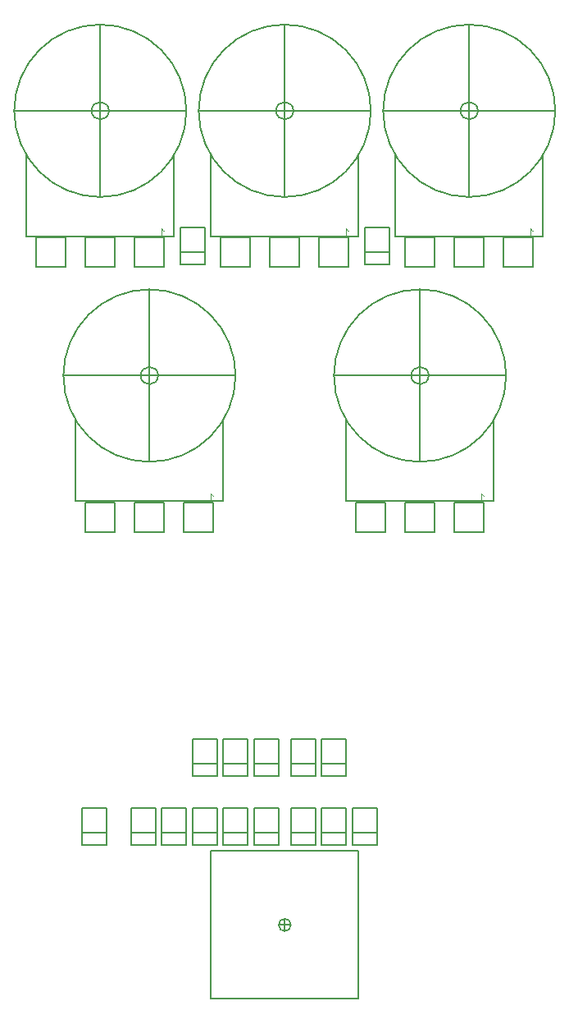
<source format=gbr>
G04 #@! TF.GenerationSoftware,KiCad,Pcbnew,(5.1.6-0-10_14)*
G04 #@! TF.CreationDate,2020-09-02T19:49:47+02:00*
G04 #@! TF.ProjectId,mag-echo,6d61672d-6563-4686-9f2e-6b696361645f,rev?*
G04 #@! TF.SameCoordinates,Original*
G04 #@! TF.FileFunction,Legend,Bot*
G04 #@! TF.FilePolarity,Positive*
%FSLAX46Y46*%
G04 Gerber Fmt 4.6, Leading zero omitted, Abs format (unit mm)*
G04 Created by KiCad (PCBNEW (5.1.6-0-10_14)) date 2020-09-02 19:49:47*
%MOMM*%
%LPD*%
G01*
G04 APERTURE LIST*
%ADD10C,0.127000*%
%ADD11C,0.152400*%
%ADD12C,0.097536*%
G04 APERTURE END LIST*
D10*
X59055000Y-156337000D02*
G75*
G03*
X59055000Y-156337000I-635000J0D01*
G01*
X57785000Y-156337000D02*
X59055000Y-156337000D01*
X58420000Y-155702000D02*
X58420000Y-156972000D01*
D11*
X66040000Y-163957000D02*
X66040000Y-148717000D01*
X50800000Y-163957000D02*
X66040000Y-163957000D01*
X50800000Y-148717000D02*
X50800000Y-163957000D01*
X66040000Y-148717000D02*
X50800000Y-148717000D01*
D10*
X78994000Y-115824000D02*
X78994000Y-112776000D01*
X75946000Y-115824000D02*
X78994000Y-115824000D01*
X75946000Y-112776000D02*
X75946000Y-115824000D01*
X73914000Y-115824000D02*
X73914000Y-112776000D01*
X70866000Y-115824000D02*
X73914000Y-115824000D01*
X70866000Y-112776000D02*
X70866000Y-115824000D01*
X68834000Y-115824000D02*
X68834000Y-112776000D01*
X65786000Y-115824000D02*
X68834000Y-115824000D01*
X65786000Y-112776000D02*
X65786000Y-115824000D01*
X75946000Y-112776000D02*
X78994000Y-112776000D01*
X70866000Y-112776000D02*
X73914000Y-112776000D01*
X65786000Y-112776000D02*
X68834000Y-112776000D01*
X64770000Y-112649000D02*
X80010000Y-112649000D01*
X63500000Y-99695000D02*
X81280000Y-99695000D01*
X72390000Y-108585000D02*
X72390000Y-90805000D01*
X80010000Y-112649000D02*
X80010000Y-104140000D01*
X64770000Y-104140000D02*
X64770000Y-112649000D01*
X73288000Y-99695000D02*
G75*
G03*
X73288000Y-99695000I-898000J0D01*
G01*
X63500000Y-99695000D02*
G75*
G03*
X72390000Y-108585000I8890000J0D01*
G01*
X72390000Y-108585000D02*
G75*
G03*
X81280000Y-99695000I0J8890000D01*
G01*
X81280000Y-99695002D02*
G75*
G03*
X72390000Y-90805000I-8889901J101D01*
G01*
X72390002Y-90805000D02*
G75*
G03*
X63500000Y-99695000I-101J-8889901D01*
G01*
X84074000Y-88519000D02*
X84074000Y-85471000D01*
X81026000Y-88519000D02*
X84074000Y-88519000D01*
X81026000Y-85471000D02*
X81026000Y-88519000D01*
X78994000Y-88519000D02*
X78994000Y-85471000D01*
X75946000Y-88519000D02*
X78994000Y-88519000D01*
X75946000Y-85471000D02*
X75946000Y-88519000D01*
X73914000Y-88519000D02*
X73914000Y-85471000D01*
X70866000Y-88519000D02*
X73914000Y-88519000D01*
X70866000Y-85471000D02*
X70866000Y-88519000D01*
X81026000Y-85471000D02*
X84074000Y-85471000D01*
X75946000Y-85471000D02*
X78994000Y-85471000D01*
X70866000Y-85471000D02*
X73914000Y-85471000D01*
X69850000Y-85344000D02*
X85090000Y-85344000D01*
X68580000Y-72390000D02*
X86360000Y-72390000D01*
X77470000Y-81280000D02*
X77470000Y-63500000D01*
X85090000Y-85344000D02*
X85090000Y-76835000D01*
X69850000Y-76835000D02*
X69850000Y-85344000D01*
X78368000Y-72390000D02*
G75*
G03*
X78368000Y-72390000I-898000J0D01*
G01*
X68580000Y-72390000D02*
G75*
G03*
X77470000Y-81280000I8890000J0D01*
G01*
X77470000Y-81280000D02*
G75*
G03*
X86360000Y-72390000I0J8890000D01*
G01*
X86360000Y-72390002D02*
G75*
G03*
X77470000Y-63500000I-8889901J101D01*
G01*
X77470002Y-63500000D02*
G75*
G03*
X68580000Y-72390000I-101J-8889901D01*
G01*
X51054000Y-115824000D02*
X51054000Y-112776000D01*
X48006000Y-115824000D02*
X51054000Y-115824000D01*
X48006000Y-112776000D02*
X48006000Y-115824000D01*
X45974000Y-115824000D02*
X45974000Y-112776000D01*
X42926000Y-115824000D02*
X45974000Y-115824000D01*
X42926000Y-112776000D02*
X42926000Y-115824000D01*
X40894000Y-115824000D02*
X40894000Y-112776000D01*
X37846000Y-115824000D02*
X40894000Y-115824000D01*
X37846000Y-112776000D02*
X37846000Y-115824000D01*
X48006000Y-112776000D02*
X51054000Y-112776000D01*
X42926000Y-112776000D02*
X45974000Y-112776000D01*
X37846000Y-112776000D02*
X40894000Y-112776000D01*
X36830000Y-112649000D02*
X52070000Y-112649000D01*
X35560000Y-99695000D02*
X53340000Y-99695000D01*
X44450000Y-108585000D02*
X44450000Y-90805000D01*
X52070000Y-112649000D02*
X52070000Y-104140000D01*
X36830000Y-104140000D02*
X36830000Y-112649000D01*
X45348000Y-99695000D02*
G75*
G03*
X45348000Y-99695000I-898000J0D01*
G01*
X35560000Y-99695000D02*
G75*
G03*
X44450000Y-108585000I8890000J0D01*
G01*
X44450000Y-108585000D02*
G75*
G03*
X53340000Y-99695000I0J8890000D01*
G01*
X53340000Y-99695002D02*
G75*
G03*
X44450000Y-90805000I-8889901J101D01*
G01*
X44450002Y-90805000D02*
G75*
G03*
X35560000Y-99695000I-101J-8889901D01*
G01*
X65024000Y-88519000D02*
X65024000Y-85471000D01*
X61976000Y-88519000D02*
X65024000Y-88519000D01*
X61976000Y-85471000D02*
X61976000Y-88519000D01*
X59944000Y-88519000D02*
X59944000Y-85471000D01*
X56896000Y-88519000D02*
X59944000Y-88519000D01*
X56896000Y-85471000D02*
X56896000Y-88519000D01*
X54864000Y-88519000D02*
X54864000Y-85471000D01*
X51816000Y-88519000D02*
X54864000Y-88519000D01*
X51816000Y-85471000D02*
X51816000Y-88519000D01*
X61976000Y-85471000D02*
X65024000Y-85471000D01*
X56896000Y-85471000D02*
X59944000Y-85471000D01*
X51816000Y-85471000D02*
X54864000Y-85471000D01*
X50800000Y-85344000D02*
X66040000Y-85344000D01*
X49530000Y-72390000D02*
X67310000Y-72390000D01*
X58420000Y-81280000D02*
X58420000Y-63500000D01*
X66040000Y-85344000D02*
X66040000Y-76835000D01*
X50800000Y-76835000D02*
X50800000Y-85344000D01*
X59318000Y-72390000D02*
G75*
G03*
X59318000Y-72390000I-898000J0D01*
G01*
X49530000Y-72390000D02*
G75*
G03*
X58420000Y-81280000I8890000J0D01*
G01*
X58420000Y-81280000D02*
G75*
G03*
X67310000Y-72390000I0J8890000D01*
G01*
X67310000Y-72390002D02*
G75*
G03*
X58420000Y-63500000I-8889901J101D01*
G01*
X58420002Y-63500000D02*
G75*
G03*
X49530000Y-72390000I-101J-8889901D01*
G01*
X45974000Y-88519000D02*
X45974000Y-85471000D01*
X42926000Y-88519000D02*
X45974000Y-88519000D01*
X42926000Y-85471000D02*
X42926000Y-88519000D01*
X40894000Y-88519000D02*
X40894000Y-85471000D01*
X37846000Y-88519000D02*
X40894000Y-88519000D01*
X37846000Y-85471000D02*
X37846000Y-88519000D01*
X35814000Y-88519000D02*
X35814000Y-85471000D01*
X32766000Y-88519000D02*
X35814000Y-88519000D01*
X32766000Y-85471000D02*
X32766000Y-88519000D01*
X42926000Y-85471000D02*
X45974000Y-85471000D01*
X37846000Y-85471000D02*
X40894000Y-85471000D01*
X32766000Y-85471000D02*
X35814000Y-85471000D01*
X31750000Y-85344000D02*
X46990000Y-85344000D01*
X30480000Y-72390000D02*
X48260000Y-72390000D01*
X39370000Y-81280000D02*
X39370000Y-63500000D01*
X46990000Y-85344000D02*
X46990000Y-76835000D01*
X31750000Y-76835000D02*
X31750000Y-85344000D01*
X40268000Y-72390000D02*
G75*
G03*
X40268000Y-72390000I-898000J0D01*
G01*
X30480000Y-72390000D02*
G75*
G03*
X39370000Y-81280000I8890000J0D01*
G01*
X39370000Y-81280000D02*
G75*
G03*
X48260000Y-72390000I0J8890000D01*
G01*
X48260000Y-72390002D02*
G75*
G03*
X39370000Y-63500000I-8889901J101D01*
G01*
X39370002Y-63500000D02*
G75*
G03*
X30480000Y-72390000I-101J-8889901D01*
G01*
D11*
X47625000Y-88265000D02*
X47625000Y-86995000D01*
X50165000Y-88265000D02*
X47625000Y-88265000D01*
X50165000Y-86995000D02*
X50165000Y-88265000D01*
X50165000Y-86995000D02*
X50165000Y-84455000D01*
X47625000Y-86995000D02*
X50165000Y-86995000D01*
X47625000Y-84455000D02*
X47625000Y-86995000D01*
X50165000Y-84455000D02*
X47625000Y-84455000D01*
X59055000Y-140970000D02*
X59055000Y-139700000D01*
X61595000Y-140970000D02*
X59055000Y-140970000D01*
X61595000Y-139700000D02*
X61595000Y-140970000D01*
X61595000Y-139700000D02*
X61595000Y-137160000D01*
X59055000Y-139700000D02*
X61595000Y-139700000D01*
X59055000Y-137160000D02*
X59055000Y-139700000D01*
X61595000Y-137160000D02*
X59055000Y-137160000D01*
X55245000Y-148082000D02*
X55245000Y-146812000D01*
X57785000Y-148082000D02*
X55245000Y-148082000D01*
X57785000Y-146812000D02*
X57785000Y-148082000D01*
X57785000Y-146812000D02*
X57785000Y-144272000D01*
X55245000Y-146812000D02*
X57785000Y-146812000D01*
X55245000Y-144272000D02*
X55245000Y-146812000D01*
X57785000Y-144272000D02*
X55245000Y-144272000D01*
X42545000Y-148082000D02*
X42545000Y-146812000D01*
X45085000Y-148082000D02*
X42545000Y-148082000D01*
X45085000Y-146812000D02*
X45085000Y-148082000D01*
X45085000Y-146812000D02*
X45085000Y-144272000D01*
X42545000Y-146812000D02*
X45085000Y-146812000D01*
X42545000Y-144272000D02*
X42545000Y-146812000D01*
X45085000Y-144272000D02*
X42545000Y-144272000D01*
X65405000Y-148082000D02*
X65405000Y-146812000D01*
X67945000Y-148082000D02*
X65405000Y-148082000D01*
X67945000Y-146812000D02*
X67945000Y-148082000D01*
X67945000Y-146812000D02*
X67945000Y-144272000D01*
X65405000Y-146812000D02*
X67945000Y-146812000D01*
X65405000Y-144272000D02*
X65405000Y-146812000D01*
X67945000Y-144272000D02*
X65405000Y-144272000D01*
X48895000Y-140970000D02*
X48895000Y-139700000D01*
X51435000Y-140970000D02*
X48895000Y-140970000D01*
X51435000Y-139700000D02*
X51435000Y-140970000D01*
X51435000Y-139700000D02*
X51435000Y-137160000D01*
X48895000Y-139700000D02*
X51435000Y-139700000D01*
X48895000Y-137160000D02*
X48895000Y-139700000D01*
X51435000Y-137160000D02*
X48895000Y-137160000D01*
X62230000Y-148082000D02*
X62230000Y-146812000D01*
X64770000Y-148082000D02*
X62230000Y-148082000D01*
X64770000Y-146812000D02*
X64770000Y-148082000D01*
X64770000Y-146812000D02*
X64770000Y-144272000D01*
X62230000Y-146812000D02*
X64770000Y-146812000D01*
X62230000Y-144272000D02*
X62230000Y-146812000D01*
X64770000Y-144272000D02*
X62230000Y-144272000D01*
X59055000Y-148082000D02*
X59055000Y-146812000D01*
X61595000Y-148082000D02*
X59055000Y-148082000D01*
X61595000Y-146812000D02*
X61595000Y-148082000D01*
X61595000Y-146812000D02*
X61595000Y-144272000D01*
X59055000Y-146812000D02*
X61595000Y-146812000D01*
X59055000Y-144272000D02*
X59055000Y-146812000D01*
X61595000Y-144272000D02*
X59055000Y-144272000D01*
X37465000Y-148082000D02*
X37465000Y-146812000D01*
X40005000Y-148082000D02*
X37465000Y-148082000D01*
X40005000Y-146812000D02*
X40005000Y-148082000D01*
X40005000Y-146812000D02*
X40005000Y-144272000D01*
X37465000Y-146812000D02*
X40005000Y-146812000D01*
X37465000Y-144272000D02*
X37465000Y-146812000D01*
X40005000Y-144272000D02*
X37465000Y-144272000D01*
X48895000Y-148082000D02*
X48895000Y-146812000D01*
X51435000Y-148082000D02*
X48895000Y-148082000D01*
X51435000Y-146812000D02*
X51435000Y-148082000D01*
X51435000Y-146812000D02*
X51435000Y-144272000D01*
X48895000Y-146812000D02*
X51435000Y-146812000D01*
X48895000Y-144272000D02*
X48895000Y-146812000D01*
X51435000Y-144272000D02*
X48895000Y-144272000D01*
X45720000Y-148082000D02*
X45720000Y-146812000D01*
X48260000Y-148082000D02*
X45720000Y-148082000D01*
X48260000Y-146812000D02*
X48260000Y-148082000D01*
X48260000Y-146812000D02*
X48260000Y-144272000D01*
X45720000Y-146812000D02*
X48260000Y-146812000D01*
X45720000Y-144272000D02*
X45720000Y-146812000D01*
X48260000Y-144272000D02*
X45720000Y-144272000D01*
X52070000Y-148082000D02*
X52070000Y-146812000D01*
X54610000Y-148082000D02*
X52070000Y-148082000D01*
X54610000Y-146812000D02*
X54610000Y-148082000D01*
X54610000Y-146812000D02*
X54610000Y-144272000D01*
X52070000Y-146812000D02*
X54610000Y-146812000D01*
X52070000Y-144272000D02*
X52070000Y-146812000D01*
X54610000Y-144272000D02*
X52070000Y-144272000D01*
X55245000Y-140970000D02*
X55245000Y-139700000D01*
X57785000Y-140970000D02*
X55245000Y-140970000D01*
X57785000Y-139700000D02*
X57785000Y-140970000D01*
X57785000Y-139700000D02*
X57785000Y-137160000D01*
X55245000Y-139700000D02*
X57785000Y-139700000D01*
X55245000Y-137160000D02*
X55245000Y-139700000D01*
X57785000Y-137160000D02*
X55245000Y-137160000D01*
X66675000Y-88265000D02*
X66675000Y-86995000D01*
X69215000Y-88265000D02*
X66675000Y-88265000D01*
X69215000Y-86995000D02*
X69215000Y-88265000D01*
X69215000Y-86995000D02*
X69215000Y-84455000D01*
X66675000Y-86995000D02*
X69215000Y-86995000D01*
X66675000Y-84455000D02*
X66675000Y-86995000D01*
X69215000Y-84455000D02*
X66675000Y-84455000D01*
X62230000Y-140970000D02*
X62230000Y-139700000D01*
X64770000Y-140970000D02*
X62230000Y-140970000D01*
X64770000Y-139700000D02*
X64770000Y-140970000D01*
X64770000Y-139700000D02*
X64770000Y-137160000D01*
X62230000Y-139700000D02*
X64770000Y-139700000D01*
X62230000Y-137160000D02*
X62230000Y-139700000D01*
X64770000Y-137160000D02*
X62230000Y-137160000D01*
X52070000Y-140970000D02*
X52070000Y-139700000D01*
X54610000Y-140970000D02*
X52070000Y-140970000D01*
X54610000Y-139700000D02*
X54610000Y-140970000D01*
X54610000Y-139700000D02*
X54610000Y-137160000D01*
X52070000Y-139700000D02*
X54610000Y-139700000D01*
X52070000Y-137160000D02*
X52070000Y-139700000D01*
X54610000Y-137160000D02*
X52070000Y-137160000D01*
D12*
X78519382Y-112617310D02*
X78960617Y-112617310D01*
X78740000Y-112617310D02*
X78740000Y-111845150D01*
X78813539Y-111955459D01*
X78887078Y-112028998D01*
X78960617Y-112065767D01*
X83599382Y-85312310D02*
X84040617Y-85312310D01*
X83820000Y-85312310D02*
X83820000Y-84540150D01*
X83893539Y-84650459D01*
X83967078Y-84723998D01*
X84040617Y-84760767D01*
X50579382Y-112617310D02*
X51020617Y-112617310D01*
X50800000Y-112617310D02*
X50800000Y-111845150D01*
X50873539Y-111955459D01*
X50947078Y-112028998D01*
X51020617Y-112065767D01*
X64549382Y-85312310D02*
X64990617Y-85312310D01*
X64770000Y-85312310D02*
X64770000Y-84540150D01*
X64843539Y-84650459D01*
X64917078Y-84723998D01*
X64990617Y-84760767D01*
X45499382Y-85312310D02*
X45940617Y-85312310D01*
X45720000Y-85312310D02*
X45720000Y-84540150D01*
X45793539Y-84650459D01*
X45867078Y-84723998D01*
X45940617Y-84760767D01*
M02*

</source>
